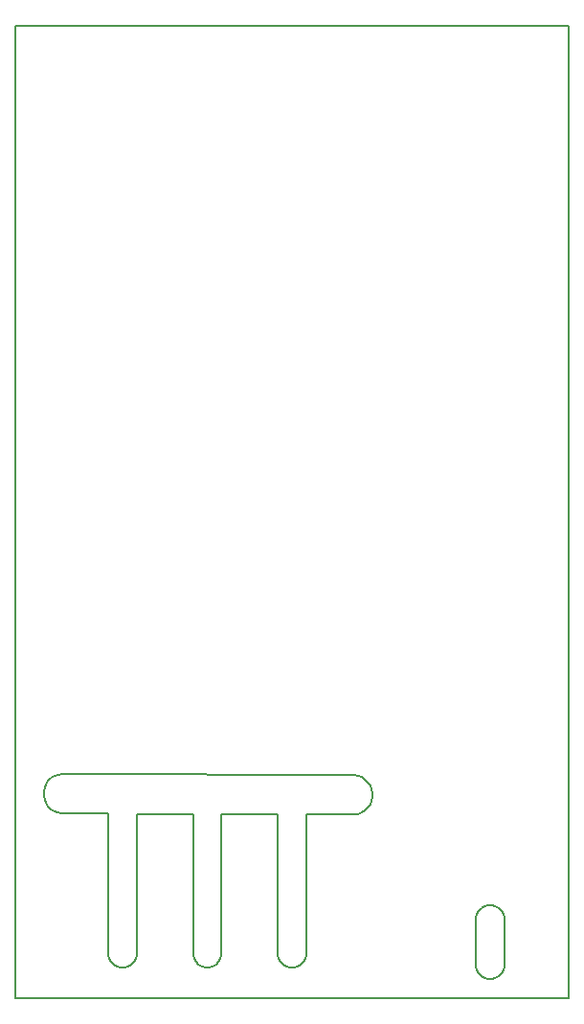
<source format=gko>
G04*
G04 #@! TF.GenerationSoftware,Altium Limited,Altium Designer,19.0.14 (431)*
G04*
G04 Layer_Color=16711935*
%FSLAX25Y25*%
%MOIN*%
G70*
G01*
G75*
%ADD10C,0.00787*%
D10*
X166002Y32482D02*
X167254Y32146D01*
X168377Y31498D01*
X169293Y30582D01*
X169942Y29459D01*
X170277Y28207D01*
Y27559D02*
Y28207D01*
Y11811D02*
Y27559D01*
Y11163D02*
Y11811D01*
X169942Y9911D02*
X170277Y11163D01*
X169293Y8788D02*
X169942Y9911D01*
X168377Y7872D02*
X169293Y8788D01*
X167254Y7224D02*
X168377Y7872D01*
X166002Y6888D02*
X167254Y7224D01*
X164706Y6888D02*
X166002D01*
X163454Y7224D02*
X164706Y6888D01*
X162332Y7872D02*
X163454Y7224D01*
X161415Y8788D02*
X162332Y7872D01*
X160767Y9911D02*
X161415Y8788D01*
X160432Y11163D02*
X160767Y9911D01*
X160432Y11163D02*
Y11811D01*
Y27559D01*
Y28207D01*
X160767Y29459D01*
X161415Y30582D01*
X162332Y31498D01*
X163454Y32146D01*
X164706Y32482D01*
X166002D01*
X16277Y78153D02*
X16956Y78151D01*
X117547Y77757D01*
X117547Y77757D02*
X117547Y77757D01*
X117547Y77757D02*
X118224Y77754D01*
X119551Y77486D01*
X120800Y76964D01*
X121924Y76209D01*
X122880Y75249D01*
X123630Y74122D01*
X124147Y72871D01*
X124411Y71543D01*
Y70866D02*
Y71543D01*
Y70185D02*
Y70866D01*
X124145Y68851D02*
X124411Y70185D01*
X123623Y67594D02*
X124145Y68851D01*
X122865Y66464D02*
X123623Y67594D01*
X121901Y65503D02*
X122865Y66464D01*
X120768Y64750D02*
X121901Y65503D01*
X119509Y64233D02*
X120768Y64750D01*
X118173Y63972D02*
X119509Y64233D01*
X117493Y63974D02*
X118173Y63972D01*
X101380Y64038D02*
X117493Y63974D01*
X101380Y15748D02*
Y64038D01*
Y15100D02*
Y15748D01*
X101044Y13848D02*
X101380Y15100D01*
X100396Y12725D02*
X101044Y13848D01*
X99479Y11809D02*
X100396Y12725D01*
X98357Y11161D02*
X99479Y11809D01*
X97105Y10825D02*
X98357Y11161D01*
X95809Y10825D02*
X97105D01*
X94557Y11161D02*
X95809Y10825D01*
X93434Y11809D02*
X94557Y11161D01*
X92518Y12725D02*
X93434Y11809D01*
X91869Y13848D02*
X92518Y12725D01*
X91534Y15100D02*
X91869Y13848D01*
X91534Y15100D02*
Y15748D01*
Y64076D01*
X71852Y64153D02*
X91534Y64076D01*
X71852Y15748D02*
Y64153D01*
Y15100D02*
Y15748D01*
X71516Y13848D02*
X71852Y15100D01*
X70868Y12725D02*
X71516Y13848D01*
X69952Y11809D02*
X70868Y12725D01*
X68829Y11161D02*
X69952Y11809D01*
X67577Y10825D02*
X68829Y11161D01*
X66281Y10825D02*
X67577D01*
X65029Y11161D02*
X66281Y10825D01*
X63907Y11809D02*
X65029Y11161D01*
X62990Y12725D02*
X63907Y11809D01*
X62342Y13848D02*
X62990Y12725D01*
X62006Y15100D02*
X62342Y13848D01*
X62006Y15100D02*
Y15748D01*
Y64192D01*
X42324Y64269D02*
X62006Y64192D01*
X42324Y15748D02*
Y64269D01*
Y15100D02*
Y15748D01*
X41989Y13848D02*
X42324Y15100D01*
X41341Y12725D02*
X41989Y13848D01*
X40424Y11809D02*
X41341Y12725D01*
X39302Y11161D02*
X40424Y11809D01*
X38050Y10825D02*
X39302Y11161D01*
X36753Y10825D02*
X38050D01*
X35502Y11161D02*
X36753Y10825D01*
X34379Y11809D02*
X35502Y11161D01*
X33462Y12725D02*
X34379Y11809D01*
X32814Y13848D02*
X33462Y12725D01*
X32479Y15100D02*
X32814Y13848D01*
X32479Y15100D02*
Y15748D01*
Y64307D01*
X16902Y64368D02*
X32479Y64307D01*
X16223Y64371D02*
X16902Y64368D01*
X14893Y64641D02*
X16223Y64371D01*
X13641Y65165D02*
X14893Y64641D01*
X12515Y65924D02*
X13641Y65165D01*
X11559Y66887D02*
X12515Y65924D01*
X10809Y68019D02*
X11559Y66887D01*
X10295Y69275D02*
X10809Y68019D01*
X10035Y70608D02*
X10295Y69275D01*
X10035Y70608D02*
X10041Y71965D01*
X10311Y73295D01*
X10835Y74548D01*
X11594Y75673D01*
X12557Y76629D01*
X13689Y77379D01*
X14945Y77894D01*
X16277Y78153D01*
X192913Y0D02*
Y338583D01*
X0D02*
X192913D01*
X0Y0D02*
Y338583D01*
Y0D02*
X192913D01*
M02*

</source>
